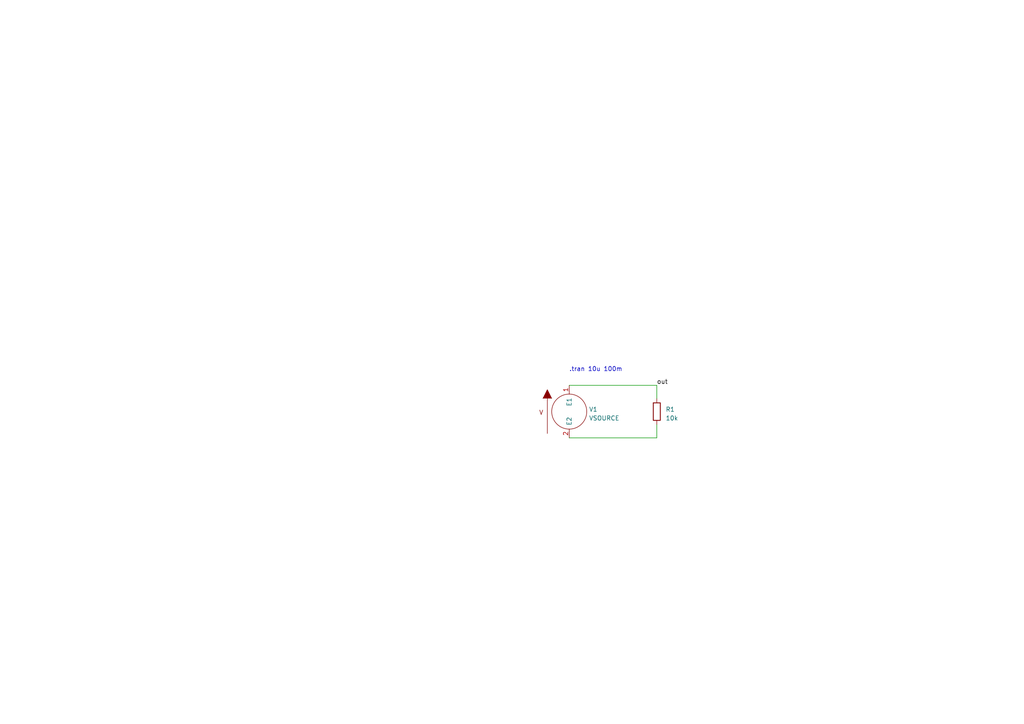
<source format=kicad_sch>
(kicad_sch (version 20220622) (generator eeschema)
  (paper "A4")
  (lib_symbols
    (symbol "Device:R" (pin_numbers hide) (pin_names (offset 0))
      (property "Reference" "R" (at 2.032 0 90))
      (property "Value" "R" (at 0 0 90))
      (symbol "R_0_1"
        (rectangle (start -1.016 -2.54) (end 1.016 2.54) (stroke (width 0.254)))
      )
      (symbol "R_1_1"
        (pin passive line (at 0 3.81 270) (length 1.27) (name "~") (number "1"))
        (pin passive line (at 0 -3.81 90) (length 1.27) (name "~") (number "2"))
      )
    )
    (symbol "pspice:VSOURCE" (pin_names (offset 1.016))
      (property "Reference" "V" (at -6.35 7.62 0))
      (property "Value" "VSOURCE" (at 0 0 0))
      (symbol "VSOURCE_0_1"
        (polyline (pts (xy -6.35 -6.35) (xy -6.35 3.81)) (fill (type outline)))
        (polyline (pts (xy -7.62 3.81) (xy -6.35 6.35) (xy -5.08 3.81)) (fill (type outline)))
        (circle (center 0 0) (radius 5.08))
        (text "V" (at -8.128 -0.254 0) (effects (font (size 1.27 1.27))))
      )
      (symbol "VSOURCE_1_1"
        (pin input line (at 0 7.62 270) (length 2.54) (name "E1") (number "1"))
        (pin input line (at 0 -7.62 90) (length 2.54) (name "E2") (number "2"))
      )
    )
  )
  (wire (pts (xy 190.5 111.76) (xy 190.5 115.57)))
  (wire (pts (xy 165.1 127) (xy 190.5 127)))
  (wire (pts (xy 165.1 111.76) (xy 190.5 111.76)))
  (wire (pts (xy 190.5 127) (xy 190.5 123.19)))
  (text ".tran 10u 100m" (at 165.1 107.95 0) (effects (font (size 1.27 1.27)) (justify left bottom)))
  (label "out" (at 190.5 111.76 0))
  (symbol (lib_id "pspice:VSOURCE") (at 165.1 119.38 0) (unit 1)
    (default_instance (reference "U") (unit 1) (value "") (footprint ""))
    (property "Reference" "V1" (at 170.815 118.745 0) (effects (justify left)))
    (property "Value" "VSOURCE" (at 170.815 121.285 0) (effects (justify left)))
    (property "Sim_Name" "chirp" (effects hide))
    (property "Sim_Library" "chirp.lib.spice" (effects hide))
    (property "Sim.Device" "SUBCKT" (effects hide))
    (property "Sim.Params" "bf=1k ef=3k bt=30m et=70m" (effects hide))
    (property "Sim.Pins" "1 2" (effects hide))
  )
  (symbol (lib_id "Device:R") (at 190.5 119.38 0) (unit 1)
    (default_instance (reference "U") (unit 1) (value "") (footprint ""))
    (property "Reference" "R1" (at 193.04 118.745 0) (effects (justify left)))
    (property "Value" "10k" (at 193.04 121.285 0) (effects (justify left)))
  )
)
</source>
